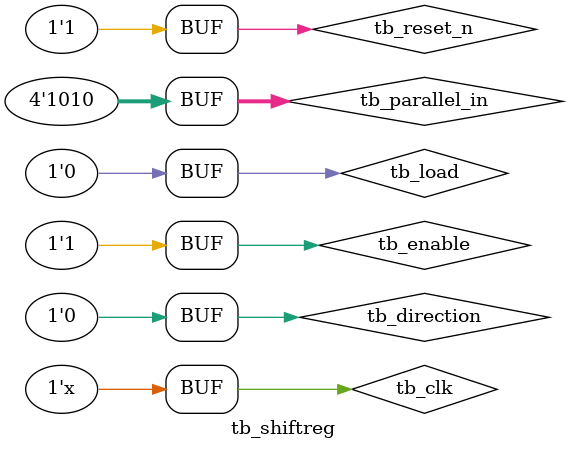
<source format=v>
`timescale 1ns/1ps

module tb_shiftreg();

  reg tb_clk = 1'b1;
  reg tb_reset_n = 1'b1;
  reg tb_enable = 1'b0;
  reg tb_direction = 1'b1;
  reg [3:0] tb_parallel_in = 4'b1010;
  reg tb_load = 1'b0;
  wire tb_out;


  shiftreg shiftreg_peldany
  (
    .clk(tb_clk),
    .reset_n(tb_reset_n),
    .enable(tb_enable),
    .direction(tb_direction),
    .parallel_in(tb_parallel_in),
    .load(tb_load),
    .out(tb_out)
  );
  
  initial begin
    #356 tb_reset_n <= 1'b0;
    #356 tb_reset_n <= 1'b1;
    
    #123 tb_enable <= 1'b1;

    #345 tb_load <= 1'b1;

    #876 tb_load <= 1'b0;

    #1000 tb_direction <= 1'b0;
  end

  always begin
    #50 tb_clk <= ~tb_clk;
  end

endmodule // tb_shiftreg
</source>
